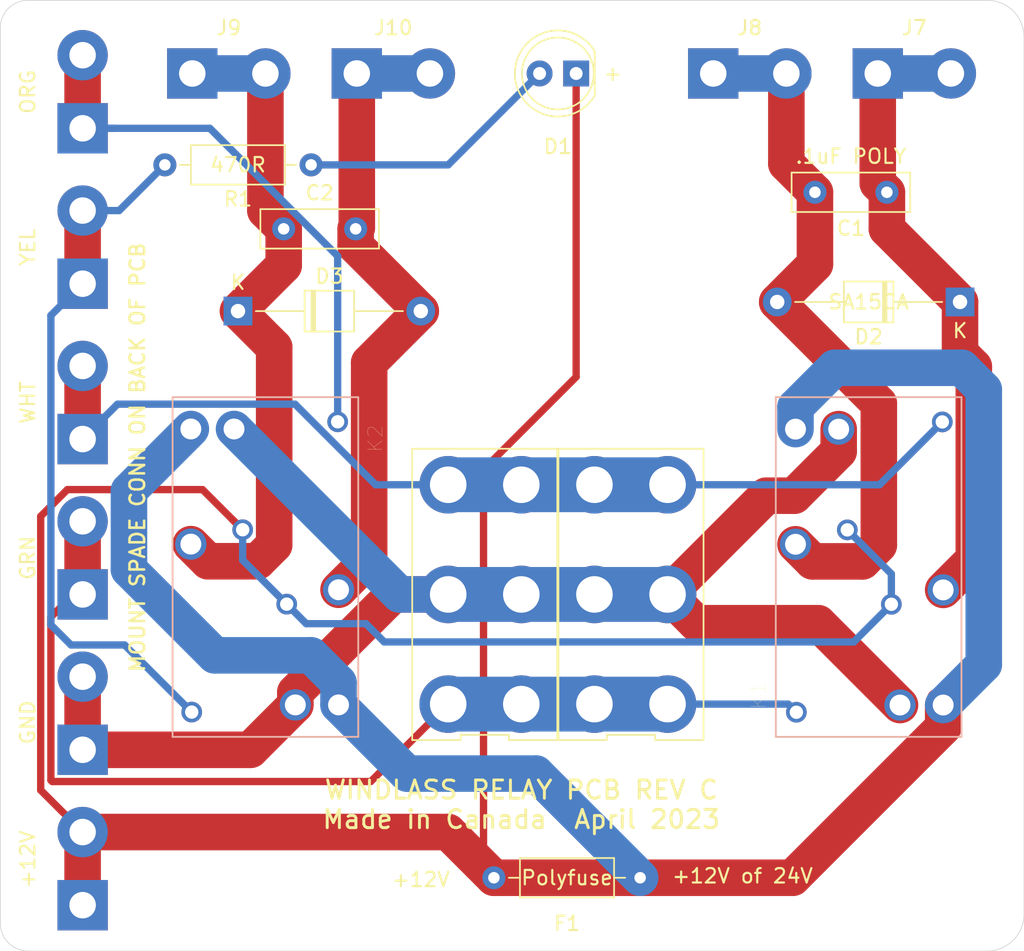
<source format=kicad_pcb>
(kicad_pcb (version 20171130) (host pcbnew "(5.1.9)-1")

  (general
    (thickness 1.6)
    (drawings 24)
    (tracks 131)
    (zones 0)
    (modules 21)
    (nets 12)
  )

  (page A4)
  (layers
    (0 F.Cu signal)
    (31 B.Cu signal)
    (32 B.Adhes user hide)
    (33 F.Adhes user hide)
    (34 B.Paste user hide)
    (35 F.Paste user hide)
    (36 B.SilkS user)
    (37 F.SilkS user)
    (38 B.Mask user hide)
    (39 F.Mask user hide)
    (40 Dwgs.User user hide)
    (41 Cmts.User user hide)
    (42 Eco1.User user hide)
    (43 Eco2.User user hide)
    (44 Edge.Cuts user)
    (45 Margin user hide)
    (46 B.CrtYd user hide)
    (47 F.CrtYd user hide)
    (48 B.Fab user)
    (49 F.Fab user hide)
  )

  (setup
    (last_trace_width 0.508)
    (user_trace_width 0.508)
    (user_trace_width 1.27)
    (user_trace_width 2.54)
    (user_trace_width 3.81)
    (trace_clearance 0.2)
    (zone_clearance 0.508)
    (zone_45_only no)
    (trace_min 0.2)
    (via_size 0.8)
    (via_drill 0.4)
    (via_min_size 0.4)
    (via_min_drill 0.3)
    (uvia_size 0.3)
    (uvia_drill 0.1)
    (uvias_allowed no)
    (uvia_min_size 0.2)
    (uvia_min_drill 0.1)
    (edge_width 0.05)
    (segment_width 0.2)
    (pcb_text_width 0.3)
    (pcb_text_size 1.5 1.5)
    (mod_edge_width 0.12)
    (mod_text_size 1 1)
    (mod_text_width 0.15)
    (pad_size 3.50012 3.50012)
    (pad_drill 1.50114)
    (pad_to_mask_clearance 0.051)
    (solder_mask_min_width 0.25)
    (aux_axis_origin 0 0)
    (visible_elements 7FFFFFFF)
    (pcbplotparams
      (layerselection 0x010ec_ffffffff)
      (usegerberextensions false)
      (usegerberattributes false)
      (usegerberadvancedattributes false)
      (creategerberjobfile false)
      (excludeedgelayer true)
      (linewidth 0.100000)
      (plotframeref false)
      (viasonmask false)
      (mode 1)
      (useauxorigin false)
      (hpglpennumber 1)
      (hpglpenspeed 20)
      (hpglpendiameter 15.000000)
      (psnegative false)
      (psa4output false)
      (plotreference true)
      (plotvalue true)
      (plotinvisibletext false)
      (padsonsilk false)
      (subtractmaskfromsilk false)
      (outputformat 1)
      (mirror false)
      (drillshape 0)
      (scaleselection 1)
      (outputdirectory ""))
  )

  (net 0 "")
  (net 1 "Net-(C1-Pad1)")
  (net 2 "Net-(C1-Pad2)")
  (net 3 +12V)
  (net 4 "Net-(D1-Pad2)")
  (net 5 GNDREF)
  (net 6 "Net-(J3-Pad1)")
  (net 7 "Net-(J4-Pad1)")
  (net 8 "Net-(J5-Pad1)")
  (net 9 "Net-(C2-Pad2)")
  (net 10 "Net-(C2-Pad1)")
  (net 11 "Net-(J6-Pad1)")

  (net_class Default "This is the default net class."
    (clearance 0.2)
    (trace_width 0.25)
    (via_dia 0.8)
    (via_drill 0.4)
    (uvia_dia 0.3)
    (uvia_drill 0.1)
    (add_net +12V)
    (add_net GNDREF)
    (add_net "Net-(C1-Pad1)")
    (add_net "Net-(C1-Pad2)")
    (add_net "Net-(C2-Pad1)")
    (add_net "Net-(C2-Pad2)")
    (add_net "Net-(D1-Pad2)")
    (add_net "Net-(J3-Pad1)")
    (add_net "Net-(J4-Pad1)")
    (add_net "Net-(J5-Pad1)")
    (add_net "Net-(J6-Pad1)")
  )

  (module "IML parts:250spadeconn" (layer F.Cu) (tedit 607B2E1F) (tstamp 5ECDDC1D)
    (at 124.46 65.405)
    (descr "Wire solder connection")
    (tags connector)
    (path /5ED62514)
    (fp_text reference J7 (at 2.54 -3.175) (layer F.SilkS)
      (effects (font (size 1 1) (thickness 0.15)))
    )
    (fp_text value A (at 2.54 3.81) (layer F.Fab)
      (effects (font (size 1 1) (thickness 0.15)))
    )
    (fp_line (start -2.25 -2.25) (end 7.33 -2.25) (layer F.CrtYd) (width 0.05))
    (fp_line (start -2.25 -2.25) (end -2.25 2.25) (layer F.CrtYd) (width 0.05))
    (fp_line (start 7.33 2.25) (end 7.33 -2.25) (layer F.CrtYd) (width 0.05))
    (fp_line (start 7.33 2.25) (end -2.25 2.25) (layer F.CrtYd) (width 0.05))
    (fp_text user %R (at 2.54 0) (layer F.Fab)
      (effects (font (size 1 1) (thickness 0.15)))
    )
    (pad 1 thru_hole circle (at 5.08 0) (size 3.50012 3.50012) (drill 1.84) (layers *.Cu *.Mask)
      (net 1 "Net-(C1-Pad1)"))
    (pad 1 thru_hole rect (at 0 0) (size 3.50012 3.50012) (drill 1.84) (layers *.Cu *.Mask)
      (net 1 "Net-(C1-Pad1)"))
  )

  (module "IML parts:250spadeconn" (layer F.Cu) (tedit 607B2E1F) (tstamp 5ECDDC28)
    (at 113.03 65.405)
    (descr "Wire solder connection")
    (tags connector)
    (path /5ED6299A)
    (fp_text reference J8 (at 2.54 -3.175) (layer F.SilkS)
      (effects (font (size 1 1) (thickness 0.15)))
    )
    (fp_text value B (at 2.54 3.81) (layer F.Fab)
      (effects (font (size 1 1) (thickness 0.15)))
    )
    (fp_line (start -2.25 -2.25) (end 7.33 -2.25) (layer F.CrtYd) (width 0.05))
    (fp_line (start -2.25 -2.25) (end -2.25 2.25) (layer F.CrtYd) (width 0.05))
    (fp_line (start 7.33 2.25) (end 7.33 -2.25) (layer F.CrtYd) (width 0.05))
    (fp_line (start 7.33 2.25) (end -2.25 2.25) (layer F.CrtYd) (width 0.05))
    (fp_text user %R (at 2.54 0) (layer F.Fab)
      (effects (font (size 1 1) (thickness 0.15)))
    )
    (pad 1 thru_hole circle (at 5.08 0) (size 3.50012 3.50012) (drill 1.84) (layers *.Cu *.Mask)
      (net 2 "Net-(C1-Pad2)"))
    (pad 1 thru_hole rect (at 0 0) (size 3.50012 3.50012) (drill 1.84) (layers *.Cu *.Mask)
      (net 2 "Net-(C1-Pad2)"))
  )

  (module "IML parts:250spadeconn" (layer F.Cu) (tedit 607B2E1F) (tstamp 607BEF3A)
    (at 88.265 65.405)
    (descr "Wire solder connection")
    (tags connector)
    (path /607FF9D0)
    (fp_text reference J10 (at 2.54 -3.175) (layer F.SilkS)
      (effects (font (size 1 1) (thickness 0.15)))
    )
    (fp_text value B (at 2.54 3.81) (layer F.Fab)
      (effects (font (size 1 1) (thickness 0.15)))
    )
    (fp_line (start -2.25 -2.25) (end 7.33 -2.25) (layer F.CrtYd) (width 0.05))
    (fp_line (start -2.25 -2.25) (end -2.25 2.25) (layer F.CrtYd) (width 0.05))
    (fp_line (start 7.33 2.25) (end 7.33 -2.25) (layer F.CrtYd) (width 0.05))
    (fp_line (start 7.33 2.25) (end -2.25 2.25) (layer F.CrtYd) (width 0.05))
    (fp_text user %R (at 2.54 0) (layer F.Fab)
      (effects (font (size 1 1) (thickness 0.15)))
    )
    (pad 1 thru_hole circle (at 5.08 0) (size 3.50012 3.50012) (drill 1.84) (layers *.Cu *.Mask)
      (net 9 "Net-(C2-Pad2)"))
    (pad 1 thru_hole rect (at 0 0) (size 3.50012 3.50012) (drill 1.84) (layers *.Cu *.Mask)
      (net 9 "Net-(C2-Pad2)"))
  )

  (module "IML parts:250spadeconn" (layer F.Cu) (tedit 607B2E1F) (tstamp 607BEF2F)
    (at 76.835 65.405)
    (descr "Wire solder connection")
    (tags connector)
    (path /607FF9C6)
    (fp_text reference J9 (at 2.54 -3.175) (layer F.SilkS)
      (effects (font (size 1 1) (thickness 0.15)))
    )
    (fp_text value A (at 2.54 3.81) (layer F.Fab)
      (effects (font (size 1 1) (thickness 0.15)))
    )
    (fp_line (start -2.25 -2.25) (end 7.33 -2.25) (layer F.CrtYd) (width 0.05))
    (fp_line (start -2.25 -2.25) (end -2.25 2.25) (layer F.CrtYd) (width 0.05))
    (fp_line (start 7.33 2.25) (end 7.33 -2.25) (layer F.CrtYd) (width 0.05))
    (fp_line (start 7.33 2.25) (end -2.25 2.25) (layer F.CrtYd) (width 0.05))
    (fp_text user %R (at 2.54 0) (layer F.Fab)
      (effects (font (size 1 1) (thickness 0.15)))
    )
    (pad 1 thru_hole circle (at 5.08 0) (size 3.50012 3.50012) (drill 1.84) (layers *.Cu *.Mask)
      (net 10 "Net-(C2-Pad1)"))
    (pad 1 thru_hole rect (at 0 0) (size 3.50012 3.50012) (drill 1.84) (layers *.Cu *.Mask)
      (net 10 "Net-(C2-Pad1)"))
  )

  (module "IML parts:250spadeconn" (layer F.Cu) (tedit 607B2E1F) (tstamp 5ECDDBE6)
    (at 69.215 123.19 90)
    (descr "Wire solder connection")
    (tags connector)
    (path /5ED3A48C)
    (fp_text reference J1 (at -3.175 0 180) (layer F.Fab)
      (effects (font (size 1 1) (thickness 0.15)))
    )
    (fp_text value +12V (at 3.175 -3.81 90) (layer F.SilkS)
      (effects (font (size 1 1) (thickness 0.15)))
    )
    (fp_line (start -2.25 -2.25) (end 7.33 -2.25) (layer F.CrtYd) (width 0.05))
    (fp_line (start -2.25 -2.25) (end -2.25 2.25) (layer F.CrtYd) (width 0.05))
    (fp_line (start 7.33 2.25) (end 7.33 -2.25) (layer F.CrtYd) (width 0.05))
    (fp_line (start 7.33 2.25) (end -2.25 2.25) (layer F.CrtYd) (width 0.05))
    (fp_text user %R (at 2.54 0 90) (layer F.Fab)
      (effects (font (size 1 1) (thickness 0.15)))
    )
    (pad 1 thru_hole circle (at 5.08 0 90) (size 3.50012 3.50012) (drill 1.84) (layers *.Cu *.Mask)
      (net 3 +12V))
    (pad 1 thru_hole rect (at 0 0 90) (size 3.50012 3.50012) (drill 1.84) (layers *.Cu *.Mask)
      (net 3 +12V))
  )

  (module "IML parts:250spadeconn" (layer F.Cu) (tedit 607B2E1F) (tstamp 5ECDDBF1)
    (at 69.215 112.395 90)
    (descr "Wire solder connection")
    (tags connector)
    (path /5ED3AAC2)
    (fp_text reference J2 (at -3.175 0 180) (layer F.Fab)
      (effects (font (size 1 1) (thickness 0.15)))
    )
    (fp_text value GND (at 1.905 -3.81 90) (layer F.SilkS)
      (effects (font (size 1 1) (thickness 0.15)))
    )
    (fp_line (start -2.25 -2.25) (end 7.33 -2.25) (layer F.CrtYd) (width 0.05))
    (fp_line (start -2.25 -2.25) (end -2.25 2.25) (layer F.CrtYd) (width 0.05))
    (fp_line (start 7.33 2.25) (end 7.33 -2.25) (layer F.CrtYd) (width 0.05))
    (fp_line (start 7.33 2.25) (end -2.25 2.25) (layer F.CrtYd) (width 0.05))
    (fp_text user %R (at 2.54 0 90) (layer F.Fab)
      (effects (font (size 1 1) (thickness 0.15)))
    )
    (pad 1 thru_hole circle (at 5.08 0 90) (size 3.50012 3.50012) (drill 1.84) (layers *.Cu *.Mask)
      (net 5 GNDREF))
    (pad 1 thru_hole rect (at 0 0 90) (size 3.50012 3.50012) (drill 1.84) (layers *.Cu *.Mask)
      (net 5 GNDREF))
  )

  (module "IML parts:250spadeconn" (layer F.Cu) (tedit 607B2E1F) (tstamp 5ECDDBFC)
    (at 69.215 101.6 90)
    (descr "Wire solder connection")
    (tags connector)
    (path /5ED3B239)
    (fp_text reference J3 (at -3.175 0 180) (layer F.Fab)
      (effects (font (size 1 1) (thickness 0.15)))
    )
    (fp_text value GRN (at 2.54 -3.81 90) (layer F.SilkS)
      (effects (font (size 1 1) (thickness 0.15)))
    )
    (fp_line (start -2.25 -2.25) (end 7.33 -2.25) (layer F.CrtYd) (width 0.05))
    (fp_line (start -2.25 -2.25) (end -2.25 2.25) (layer F.CrtYd) (width 0.05))
    (fp_line (start 7.33 2.25) (end 7.33 -2.25) (layer F.CrtYd) (width 0.05))
    (fp_line (start 7.33 2.25) (end -2.25 2.25) (layer F.CrtYd) (width 0.05))
    (fp_text user %R (at 2.54 0 90) (layer F.Fab)
      (effects (font (size 1 1) (thickness 0.15)))
    )
    (pad 1 thru_hole circle (at 5.08 0 90) (size 3.50012 3.50012) (drill 1.84) (layers *.Cu *.Mask)
      (net 6 "Net-(J3-Pad1)"))
    (pad 1 thru_hole rect (at 0 0 90) (size 3.50012 3.50012) (drill 1.84) (layers *.Cu *.Mask)
      (net 6 "Net-(J3-Pad1)"))
  )

  (module "IML parts:250spadeconn" (layer F.Cu) (tedit 607B2E1F) (tstamp 5ECDDC07)
    (at 69.215 90.805 90)
    (descr "Wire solder connection")
    (tags connector)
    (path /5ED3B8E2)
    (fp_text reference J4 (at -3.175 0 180) (layer F.Fab)
      (effects (font (size 1 1) (thickness 0.15)))
    )
    (fp_text value WHT (at 2.54 -3.81 90) (layer F.SilkS)
      (effects (font (size 1 1) (thickness 0.15)))
    )
    (fp_line (start -2.25 -2.25) (end 7.33 -2.25) (layer F.CrtYd) (width 0.05))
    (fp_line (start -2.25 -2.25) (end -2.25 2.25) (layer F.CrtYd) (width 0.05))
    (fp_line (start 7.33 2.25) (end 7.33 -2.25) (layer F.CrtYd) (width 0.05))
    (fp_line (start 7.33 2.25) (end -2.25 2.25) (layer F.CrtYd) (width 0.05))
    (fp_text user %R (at 2.54 0 90) (layer F.Fab)
      (effects (font (size 1 1) (thickness 0.15)))
    )
    (pad 1 thru_hole circle (at 5.08 0 90) (size 3.50012 3.50012) (drill 1.84) (layers *.Cu *.Mask)
      (net 7 "Net-(J4-Pad1)"))
    (pad 1 thru_hole rect (at 0 0 90) (size 3.50012 3.50012) (drill 1.84) (layers *.Cu *.Mask)
      (net 7 "Net-(J4-Pad1)"))
  )

  (module "IML parts:250spadeconn" (layer F.Cu) (tedit 607B2E1F) (tstamp 5ECDDC12)
    (at 69.215 80.01 90)
    (descr "Wire solder connection")
    (tags connector)
    (path /5ED3BF67)
    (fp_text reference J5 (at -3.175 0 180) (layer F.Fab)
      (effects (font (size 1 1) (thickness 0.15)))
    )
    (fp_text value YEL (at 2.54 -3.81 90) (layer F.SilkS)
      (effects (font (size 1 1) (thickness 0.15)))
    )
    (fp_line (start -2.25 -2.25) (end 7.33 -2.25) (layer F.CrtYd) (width 0.05))
    (fp_line (start -2.25 -2.25) (end -2.25 2.25) (layer F.CrtYd) (width 0.05))
    (fp_line (start 7.33 2.25) (end 7.33 -2.25) (layer F.CrtYd) (width 0.05))
    (fp_line (start 7.33 2.25) (end -2.25 2.25) (layer F.CrtYd) (width 0.05))
    (fp_text user %R (at 2.54 0 90) (layer F.Fab)
      (effects (font (size 1 1) (thickness 0.15)))
    )
    (pad 1 thru_hole circle (at 5.08 0 90) (size 3.50012 3.50012) (drill 1.84) (layers *.Cu *.Mask)
      (net 8 "Net-(J5-Pad1)"))
    (pad 1 thru_hole rect (at 0 0 90) (size 3.50012 3.50012) (drill 1.84) (layers *.Cu *.Mask)
      (net 8 "Net-(J5-Pad1)"))
  )

  (module "IML parts:250spadeconn" (layer F.Cu) (tedit 607B2E1F) (tstamp 607BEF10)
    (at 69.215 69.215 90)
    (descr "Wire solder connection")
    (tags connector)
    (path /6080B71E)
    (fp_text reference J6 (at -3.175 0 180) (layer F.Fab)
      (effects (font (size 1 1) (thickness 0.15)))
    )
    (fp_text value ORG (at 2.54 -3.81 90) (layer F.SilkS)
      (effects (font (size 1 1) (thickness 0.15)))
    )
    (fp_line (start -2.25 -2.25) (end 7.33 -2.25) (layer F.CrtYd) (width 0.05))
    (fp_line (start -2.25 -2.25) (end -2.25 2.25) (layer F.CrtYd) (width 0.05))
    (fp_line (start 7.33 2.25) (end 7.33 -2.25) (layer F.CrtYd) (width 0.05))
    (fp_line (start 7.33 2.25) (end -2.25 2.25) (layer F.CrtYd) (width 0.05))
    (fp_text user %R (at 2.54 0 90) (layer F.Fab)
      (effects (font (size 1 1) (thickness 0.15)))
    )
    (pad 1 thru_hole circle (at 5.08 0 90) (size 3.50012 3.50012) (drill 1.84) (layers *.Cu *.Mask)
      (net 11 "Net-(J6-Pad1)"))
    (pad 1 thru_hole rect (at 0 0 90) (size 3.50012 3.50012) (drill 1.84) (layers *.Cu *.Mask)
      (net 11 "Net-(J6-Pad1)"))
  )

  (module V23086C2001A403:RELAY_V23086C2001A403 (layer F.Cu) (tedit 607B1217) (tstamp 607BEF86)
    (at 81.915 99.695 270)
    (path /607FF9DF)
    (fp_text reference K2 (at -8.927725 -7.637335 90) (layer F.SilkS)
      (effects (font (size 1.000307 1.000307) (thickness 0.015)))
    )
    (fp_text value "V23086 relay" (at 1.23562 7.46874 90) (layer F.Fab)
      (effects (font (size 1.000504 1.000504) (thickness 0.015)))
    )
    (fp_line (start 12.05 6.7) (end -12.05 6.7) (layer F.CrtYd) (width 0.05))
    (fp_line (start 12.05 -6.7) (end 12.05 6.7) (layer F.CrtYd) (width 0.05))
    (fp_line (start -12.05 -6.7) (end 12.05 -6.7) (layer F.CrtYd) (width 0.05))
    (fp_line (start -12.05 6.7) (end -12.05 -6.7) (layer F.CrtYd) (width 0.05))
    (fp_line (start 11.8 6.45) (end 11.8 -6.45) (layer B.SilkS) (width 0.127))
    (fp_line (start -11.8 6.45) (end 11.8 6.45) (layer B.SilkS) (width 0.127))
    (fp_line (start -11.8 -6.45) (end -11.8 6.45) (layer B.SilkS) (width 0.127))
    (fp_line (start 11.8 -6.45) (end -11.8 -6.45) (layer B.SilkS) (width 0.127))
    (fp_line (start -11.8 6.45) (end 11.8 6.45) (layer F.Fab) (width 0.127))
    (fp_line (start -11.8 -6.45) (end -11.8 6.45) (layer F.Fab) (width 0.127))
    (fp_line (start 11.8 -6.45) (end -11.8 -6.45) (layer F.Fab) (width 0.127))
    (fp_line (start 11.8 6.45) (end 11.8 -6.45) (layer F.Fab) (width 0.127))
    (pad 22 thru_hole circle (at -10.09 -5.02 270) (size 1.438 1.438) (drill 0.93) (layers *.Cu *.Mask)
      (net 11 "Net-(J6-Pad1)"))
    (pad 21 thru_hole circle (at -2.59 1.58 270) (size 1.438 1.438) (drill 0.93) (layers *.Cu *.Mask)
      (net 3 +12V))
    (pad 11 thru_hole circle (at 2.58 -1.48 270) (size 1.438 1.438) (drill 0.93) (layers *.Cu *.Mask)
      (net 3 +12V))
    (pad 12 thru_hole circle (at 10.08 5.12 270) (size 1.438 1.438) (drill 0.93) (layers *.Cu *.Mask)
      (net 8 "Net-(J5-Pad1)"))
    (pad 13 thru_hole circle (at 9.58 -5.08 270) (size 2.175 2.175) (drill 1.45) (layers *.Cu *.Mask)
      (net 3 +12V))
    (pad 14 thru_hole circle (at 1.58 -5.08 270) (size 2.175 2.175) (drill 1.45) (layers *.Cu *.Mask)
      (net 9 "Net-(C2-Pad2)"))
    (pad 15 thru_hole circle (at 9.58 -2.08 270) (size 2.175 2.175) (drill 1.45) (layers *.Cu *.Mask)
      (net 5 GNDREF))
    (pad 23 thru_hole circle (at -9.59 5.18 270) (size 2.175 2.175) (drill 1.45) (layers *.Cu *.Mask)
      (net 3 +12V))
    (pad 24 thru_hole circle (at -1.59 5.18 270) (size 2.175 2.175) (drill 1.45) (layers *.Cu *.Mask)
      (net 10 "Net-(C2-Pad1)"))
    (pad 25 thru_hole circle (at -9.59 2.18 270) (size 2.175 2.175) (drill 1.45) (layers *.Cu *.Mask)
      (net 5 GNDREF))
  )

  (module Diode_THT:D_T-1_P12.70mm_Horizontal (layer F.Cu) (tedit 5AE50CD5) (tstamp 607BEE75)
    (at 80.01 81.915)
    (descr "Diode, T-1 series, Axial, Horizontal, pin pitch=12.7mm, , length*diameter=3.2*2.6mm^2, , http://www.diodes.com/_files/packages/T-1.pdf")
    (tags "Diode T-1 series Axial Horizontal pin pitch 12.7mm  length 3.2mm diameter 2.6mm")
    (path /607FF9A8)
    (fp_text reference D3 (at 6.35 -2.42) (layer F.SilkS)
      (effects (font (size 1 1) (thickness 0.15)))
    )
    (fp_text value SA15CA (at 6.35 2.42) (layer F.Fab)
      (effects (font (size 1 1) (thickness 0.15)))
    )
    (fp_line (start 13.95 -1.55) (end -1.25 -1.55) (layer F.CrtYd) (width 0.05))
    (fp_line (start 13.95 1.55) (end 13.95 -1.55) (layer F.CrtYd) (width 0.05))
    (fp_line (start -1.25 1.55) (end 13.95 1.55) (layer F.CrtYd) (width 0.05))
    (fp_line (start -1.25 -1.55) (end -1.25 1.55) (layer F.CrtYd) (width 0.05))
    (fp_line (start 5.11 -1.42) (end 5.11 1.42) (layer F.SilkS) (width 0.12))
    (fp_line (start 5.35 -1.42) (end 5.35 1.42) (layer F.SilkS) (width 0.12))
    (fp_line (start 5.23 -1.42) (end 5.23 1.42) (layer F.SilkS) (width 0.12))
    (fp_line (start 11.46 0) (end 8.07 0) (layer F.SilkS) (width 0.12))
    (fp_line (start 1.24 0) (end 4.63 0) (layer F.SilkS) (width 0.12))
    (fp_line (start 8.07 -1.42) (end 4.63 -1.42) (layer F.SilkS) (width 0.12))
    (fp_line (start 8.07 1.42) (end 8.07 -1.42) (layer F.SilkS) (width 0.12))
    (fp_line (start 4.63 1.42) (end 8.07 1.42) (layer F.SilkS) (width 0.12))
    (fp_line (start 4.63 -1.42) (end 4.63 1.42) (layer F.SilkS) (width 0.12))
    (fp_line (start 5.13 -1.3) (end 5.13 1.3) (layer F.Fab) (width 0.1))
    (fp_line (start 5.33 -1.3) (end 5.33 1.3) (layer F.Fab) (width 0.1))
    (fp_line (start 5.23 -1.3) (end 5.23 1.3) (layer F.Fab) (width 0.1))
    (fp_line (start 12.7 0) (end 7.95 0) (layer F.Fab) (width 0.1))
    (fp_line (start 0 0) (end 4.75 0) (layer F.Fab) (width 0.1))
    (fp_line (start 7.95 -1.3) (end 4.75 -1.3) (layer F.Fab) (width 0.1))
    (fp_line (start 7.95 1.3) (end 7.95 -1.3) (layer F.Fab) (width 0.1))
    (fp_line (start 4.75 1.3) (end 7.95 1.3) (layer F.Fab) (width 0.1))
    (fp_line (start 4.75 -1.3) (end 4.75 1.3) (layer F.Fab) (width 0.1))
    (fp_text user K (at 0 -2) (layer F.SilkS)
      (effects (font (size 1 1) (thickness 0.15)))
    )
    (fp_text user K (at 0 -2) (layer F.Fab)
      (effects (font (size 1 1) (thickness 0.15)))
    )
    (fp_text user %R (at 6.59 0) (layer F.Fab)
      (effects (font (size 0.64 0.64) (thickness 0.096)))
    )
    (pad 2 thru_hole oval (at 12.7 0) (size 2 2) (drill 1) (layers *.Cu *.Mask)
      (net 9 "Net-(C2-Pad2)"))
    (pad 1 thru_hole rect (at 0 0) (size 2 2) (drill 1) (layers *.Cu *.Mask)
      (net 10 "Net-(C2-Pad1)"))
    (model ${KISYS3DMOD}/Diode_THT.3dshapes/D_T-1_P12.70mm_Horizontal.wrl
      (at (xyz 0 0 0))
      (scale (xyz 1 1 1))
      (rotate (xyz 0 0 0))
    )
  )

  (module Capacitor_THT:C_Disc_D8.0mm_W2.5mm_P5.00mm (layer F.Cu) (tedit 5AE50EF0) (tstamp 607BEDF8)
    (at 83.185 76.2)
    (descr "C, Disc series, Radial, pin pitch=5.00mm, , diameter*width=8*2.5mm^2, Capacitor, http://cdn-reichelt.de/documents/datenblatt/B300/DS_KERKO_TC.pdf")
    (tags "C Disc series Radial pin pitch 5.00mm  diameter 8mm width 2.5mm Capacitor")
    (path /607FF9B2)
    (fp_text reference C2 (at 2.5 -2.5) (layer F.SilkS)
      (effects (font (size 1 1) (thickness 0.15)))
    )
    (fp_text value ".1uF POLY" (at 2.5 2.5) (layer F.Fab)
      (effects (font (size 1 1) (thickness 0.15)))
    )
    (fp_line (start 6.75 -1.5) (end -1.75 -1.5) (layer F.CrtYd) (width 0.05))
    (fp_line (start 6.75 1.5) (end 6.75 -1.5) (layer F.CrtYd) (width 0.05))
    (fp_line (start -1.75 1.5) (end 6.75 1.5) (layer F.CrtYd) (width 0.05))
    (fp_line (start -1.75 -1.5) (end -1.75 1.5) (layer F.CrtYd) (width 0.05))
    (fp_line (start 6.62 -1.37) (end 6.62 1.37) (layer F.SilkS) (width 0.12))
    (fp_line (start -1.62 -1.37) (end -1.62 1.37) (layer F.SilkS) (width 0.12))
    (fp_line (start -1.62 1.37) (end 6.62 1.37) (layer F.SilkS) (width 0.12))
    (fp_line (start -1.62 -1.37) (end 6.62 -1.37) (layer F.SilkS) (width 0.12))
    (fp_line (start 6.5 -1.25) (end -1.5 -1.25) (layer F.Fab) (width 0.1))
    (fp_line (start 6.5 1.25) (end 6.5 -1.25) (layer F.Fab) (width 0.1))
    (fp_line (start -1.5 1.25) (end 6.5 1.25) (layer F.Fab) (width 0.1))
    (fp_line (start -1.5 -1.25) (end -1.5 1.25) (layer F.Fab) (width 0.1))
    (fp_text user %R (at 2.5 0) (layer F.Fab)
      (effects (font (size 1 1) (thickness 0.15)))
    )
    (pad 2 thru_hole circle (at 5 0) (size 1.6 1.6) (drill 0.8) (layers *.Cu *.Mask)
      (net 9 "Net-(C2-Pad2)"))
    (pad 1 thru_hole circle (at 0 0) (size 1.6 1.6) (drill 0.8) (layers *.Cu *.Mask)
      (net 10 "Net-(C2-Pad1)"))
    (model ${KISYS3DMOD}/Capacitor_THT.3dshapes/C_Disc_D8.0mm_W2.5mm_P5.00mm.wrl
      (at (xyz 0 0 0))
      (scale (xyz 1 1 1))
      (rotate (xyz 0 0 0))
    )
  )

  (module V23086C2001A403:RELAY_V23086C2001A403 (layer F.Cu) (tedit 607B1217) (tstamp 607BD947)
    (at 123.825 99.695 90)
    (path /5ED3CEEA)
    (fp_text reference K1 (at -8.927725 -7.637335 90) (layer F.SilkS)
      (effects (font (size 1.000307 1.000307) (thickness 0.015)))
    )
    (fp_text value "V23086 relay" (at 1.23562 7.46874 90) (layer F.Fab)
      (effects (font (size 1.000504 1.000504) (thickness 0.015)))
    )
    (fp_line (start 12.05 6.7) (end -12.05 6.7) (layer F.CrtYd) (width 0.05))
    (fp_line (start 12.05 -6.7) (end 12.05 6.7) (layer F.CrtYd) (width 0.05))
    (fp_line (start -12.05 -6.7) (end 12.05 -6.7) (layer F.CrtYd) (width 0.05))
    (fp_line (start -12.05 6.7) (end -12.05 -6.7) (layer F.CrtYd) (width 0.05))
    (fp_line (start 11.8 6.45) (end 11.8 -6.45) (layer B.SilkS) (width 0.127))
    (fp_line (start -11.8 6.45) (end 11.8 6.45) (layer B.SilkS) (width 0.127))
    (fp_line (start -11.8 -6.45) (end -11.8 6.45) (layer B.SilkS) (width 0.127))
    (fp_line (start 11.8 -6.45) (end -11.8 -6.45) (layer B.SilkS) (width 0.127))
    (fp_line (start -11.8 6.45) (end 11.8 6.45) (layer F.Fab) (width 0.127))
    (fp_line (start -11.8 -6.45) (end -11.8 6.45) (layer F.Fab) (width 0.127))
    (fp_line (start 11.8 -6.45) (end -11.8 -6.45) (layer F.Fab) (width 0.127))
    (fp_line (start 11.8 6.45) (end 11.8 -6.45) (layer F.Fab) (width 0.127))
    (pad 22 thru_hole circle (at -10.09 -5.02 90) (size 1.438 1.438) (drill 0.93) (layers *.Cu *.Mask)
      (net 6 "Net-(J3-Pad1)"))
    (pad 21 thru_hole circle (at -2.59 1.58 90) (size 1.438 1.438) (drill 0.93) (layers *.Cu *.Mask)
      (net 3 +12V))
    (pad 11 thru_hole circle (at 2.58 -1.48 90) (size 1.438 1.438) (drill 0.93) (layers *.Cu *.Mask)
      (net 3 +12V))
    (pad 12 thru_hole circle (at 10.08 5.12 90) (size 1.438 1.438) (drill 0.93) (layers *.Cu *.Mask)
      (net 7 "Net-(J4-Pad1)"))
    (pad 13 thru_hole circle (at 9.58 -5.08 90) (size 2.175 2.175) (drill 1.45) (layers *.Cu *.Mask)
      (net 3 +12V))
    (pad 14 thru_hole circle (at 1.58 -5.08 90) (size 2.175 2.175) (drill 1.45) (layers *.Cu *.Mask)
      (net 2 "Net-(C1-Pad2)"))
    (pad 15 thru_hole circle (at 9.58 -2.08 90) (size 2.175 2.175) (drill 1.45) (layers *.Cu *.Mask)
      (net 5 GNDREF))
    (pad 23 thru_hole circle (at -9.59 5.18 90) (size 2.175 2.175) (drill 1.45) (layers *.Cu *.Mask)
      (net 3 +12V))
    (pad 24 thru_hole circle (at -1.59 5.18 90) (size 2.175 2.175) (drill 1.45) (layers *.Cu *.Mask)
      (net 1 "Net-(C1-Pad1)"))
    (pad 25 thru_hole circle (at -9.59 2.18 90) (size 2.175 2.175) (drill 1.45) (layers *.Cu *.Mask)
      (net 5 GNDREF))
  )

  (module Resistor_THT:R_Axial_DIN0207_L6.3mm_D2.5mm_P10.16mm_Horizontal (layer F.Cu) (tedit 5AE5139B) (tstamp 5ECDDC67)
    (at 85.09 71.755 180)
    (descr "Resistor, Axial_DIN0207 series, Axial, Horizontal, pin pitch=10.16mm, 0.25W = 1/4W, length*diameter=6.3*2.5mm^2, http://cdn-reichelt.de/documents/datenblatt/B400/1_4W%23YAG.pdf")
    (tags "Resistor Axial_DIN0207 series Axial Horizontal pin pitch 10.16mm 0.25W = 1/4W length 6.3mm diameter 2.5mm")
    (path /5ED36825)
    (fp_text reference R1 (at 5.08 -2.37) (layer F.SilkS)
      (effects (font (size 1 1) (thickness 0.15)))
    )
    (fp_text value 470R (at 5.08 0) (layer F.SilkS)
      (effects (font (size 1 1) (thickness 0.15)))
    )
    (fp_line (start 1.93 -1.25) (end 1.93 1.25) (layer F.Fab) (width 0.1))
    (fp_line (start 1.93 1.25) (end 8.23 1.25) (layer F.Fab) (width 0.1))
    (fp_line (start 8.23 1.25) (end 8.23 -1.25) (layer F.Fab) (width 0.1))
    (fp_line (start 8.23 -1.25) (end 1.93 -1.25) (layer F.Fab) (width 0.1))
    (fp_line (start 0 0) (end 1.93 0) (layer F.Fab) (width 0.1))
    (fp_line (start 10.16 0) (end 8.23 0) (layer F.Fab) (width 0.1))
    (fp_line (start 1.81 -1.37) (end 1.81 1.37) (layer F.SilkS) (width 0.12))
    (fp_line (start 1.81 1.37) (end 8.35 1.37) (layer F.SilkS) (width 0.12))
    (fp_line (start 8.35 1.37) (end 8.35 -1.37) (layer F.SilkS) (width 0.12))
    (fp_line (start 8.35 -1.37) (end 1.81 -1.37) (layer F.SilkS) (width 0.12))
    (fp_line (start 1.04 0) (end 1.81 0) (layer F.SilkS) (width 0.12))
    (fp_line (start 9.12 0) (end 8.35 0) (layer F.SilkS) (width 0.12))
    (fp_line (start -1.05 -1.5) (end -1.05 1.5) (layer F.CrtYd) (width 0.05))
    (fp_line (start -1.05 1.5) (end 11.21 1.5) (layer F.CrtYd) (width 0.05))
    (fp_line (start 11.21 1.5) (end 11.21 -1.5) (layer F.CrtYd) (width 0.05))
    (fp_line (start 11.21 -1.5) (end -1.05 -1.5) (layer F.CrtYd) (width 0.05))
    (fp_text user %R (at 5.08 0) (layer F.Fab)
      (effects (font (size 1 1) (thickness 0.15)))
    )
    (pad 1 thru_hole circle (at 0 0 180) (size 1.6 1.6) (drill 0.8) (layers *.Cu *.Mask)
      (net 4 "Net-(D1-Pad2)"))
    (pad 2 thru_hole oval (at 10.16 0 180) (size 1.6 1.6) (drill 0.8) (layers *.Cu *.Mask)
      (net 8 "Net-(J5-Pad1)"))
    (model ${KISYS3DMOD}/Resistor_THT.3dshapes/R_Axial_DIN0207_L6.3mm_D2.5mm_P10.16mm_Horizontal.wrl
      (at (xyz 0 0 0))
      (scale (xyz 1 1 1))
      (rotate (xyz 0 0 0))
    )
  )

  (module Resistor_THT:R_Axial_DIN0207_L6.3mm_D2.5mm_P10.16mm_Horizontal (layer F.Cu) (tedit 5AE5139B) (tstamp 5ECDDBDB)
    (at 97.79 121.285)
    (descr "Resistor, Axial_DIN0207 series, Axial, Horizontal, pin pitch=10.16mm, 0.25W = 1/4W, length*diameter=6.3*2.5mm^2, http://cdn-reichelt.de/documents/datenblatt/B400/1_4W%23YAG.pdf")
    (tags "Resistor Axial_DIN0207 series Axial Horizontal pin pitch 10.16mm 0.25W = 1/4W length 6.3mm diameter 2.5mm")
    (path /5ED3FBFB)
    (fp_text reference F1 (at 5.08 3.175) (layer F.SilkS)
      (effects (font (size 1 1) (thickness 0.15)))
    )
    (fp_text value Polyfuse (at 5.08 0) (layer F.SilkS)
      (effects (font (size 1 1) (thickness 0.15)))
    )
    (fp_line (start 1.93 -1.25) (end 1.93 1.25) (layer F.Fab) (width 0.1))
    (fp_line (start 1.93 1.25) (end 8.23 1.25) (layer F.Fab) (width 0.1))
    (fp_line (start 8.23 1.25) (end 8.23 -1.25) (layer F.Fab) (width 0.1))
    (fp_line (start 8.23 -1.25) (end 1.93 -1.25) (layer F.Fab) (width 0.1))
    (fp_line (start 0 0) (end 1.93 0) (layer F.Fab) (width 0.1))
    (fp_line (start 10.16 0) (end 8.23 0) (layer F.Fab) (width 0.1))
    (fp_line (start 1.81 -1.37) (end 1.81 1.37) (layer F.SilkS) (width 0.12))
    (fp_line (start 1.81 1.37) (end 8.35 1.37) (layer F.SilkS) (width 0.12))
    (fp_line (start 8.35 1.37) (end 8.35 -1.37) (layer F.SilkS) (width 0.12))
    (fp_line (start 8.35 -1.37) (end 1.81 -1.37) (layer F.SilkS) (width 0.12))
    (fp_line (start 1.04 0) (end 1.81 0) (layer F.SilkS) (width 0.12))
    (fp_line (start 9.12 0) (end 8.35 0) (layer F.SilkS) (width 0.12))
    (fp_line (start -1.05 -1.5) (end -1.05 1.5) (layer F.CrtYd) (width 0.05))
    (fp_line (start -1.05 1.5) (end 11.21 1.5) (layer F.CrtYd) (width 0.05))
    (fp_line (start 11.21 1.5) (end 11.21 -1.5) (layer F.CrtYd) (width 0.05))
    (fp_line (start 11.21 -1.5) (end -1.05 -1.5) (layer F.CrtYd) (width 0.05))
    (fp_text user %R (at 5.08 0) (layer F.Fab)
      (effects (font (size 1 1) (thickness 0.15)))
    )
    (pad 1 thru_hole circle (at 0 0) (size 1.6 1.6) (drill 0.8) (layers *.Cu *.Mask)
      (net 3 +12V))
    (pad 2 thru_hole oval (at 10.16 0) (size 1.6 1.6) (drill 0.8) (layers *.Cu *.Mask)
      (net 3 +12V))
    (model ${KISYS3DMOD}/Resistor_THT.3dshapes/R_Axial_DIN0207_L6.3mm_D2.5mm_P10.16mm_Horizontal.wrl
      (at (xyz 0 0 0))
      (scale (xyz 1 1 1))
      (rotate (xyz 0 0 0))
    )
  )

  (module Diode_THT:D_T-1_P12.70mm_Horizontal (layer F.Cu) (tedit 5AE50CD5) (tstamp 5ECDDBC4)
    (at 130.175 81.28 180)
    (descr "Diode, T-1 series, Axial, Horizontal, pin pitch=12.7mm, , length*diameter=3.2*2.6mm^2, , http://www.diodes.com/_files/packages/T-1.pdf")
    (tags "Diode T-1 series Axial Horizontal pin pitch 12.7mm  length 3.2mm diameter 2.6mm")
    (path /5EDF865D)
    (fp_text reference D2 (at 6.35 -2.42) (layer F.SilkS)
      (effects (font (size 1 1) (thickness 0.15)))
    )
    (fp_text value SA15CA (at 6.35 0) (layer F.SilkS)
      (effects (font (size 1 1) (thickness 0.15)))
    )
    (fp_line (start 4.75 -1.3) (end 4.75 1.3) (layer F.Fab) (width 0.1))
    (fp_line (start 4.75 1.3) (end 7.95 1.3) (layer F.Fab) (width 0.1))
    (fp_line (start 7.95 1.3) (end 7.95 -1.3) (layer F.Fab) (width 0.1))
    (fp_line (start 7.95 -1.3) (end 4.75 -1.3) (layer F.Fab) (width 0.1))
    (fp_line (start 0 0) (end 4.75 0) (layer F.Fab) (width 0.1))
    (fp_line (start 12.7 0) (end 7.95 0) (layer F.Fab) (width 0.1))
    (fp_line (start 5.23 -1.3) (end 5.23 1.3) (layer F.Fab) (width 0.1))
    (fp_line (start 5.33 -1.3) (end 5.33 1.3) (layer F.Fab) (width 0.1))
    (fp_line (start 5.13 -1.3) (end 5.13 1.3) (layer F.Fab) (width 0.1))
    (fp_line (start 4.63 -1.42) (end 4.63 1.42) (layer F.SilkS) (width 0.12))
    (fp_line (start 4.63 1.42) (end 8.07 1.42) (layer F.SilkS) (width 0.12))
    (fp_line (start 8.07 1.42) (end 8.07 -1.42) (layer F.SilkS) (width 0.12))
    (fp_line (start 8.07 -1.42) (end 4.63 -1.42) (layer F.SilkS) (width 0.12))
    (fp_line (start 1.24 0) (end 4.63 0) (layer F.SilkS) (width 0.12))
    (fp_line (start 11.46 0) (end 8.07 0) (layer F.SilkS) (width 0.12))
    (fp_line (start 5.23 -1.42) (end 5.23 1.42) (layer F.SilkS) (width 0.12))
    (fp_line (start 5.35 -1.42) (end 5.35 1.42) (layer F.SilkS) (width 0.12))
    (fp_line (start 5.11 -1.42) (end 5.11 1.42) (layer F.SilkS) (width 0.12))
    (fp_line (start -1.25 -1.55) (end -1.25 1.55) (layer F.CrtYd) (width 0.05))
    (fp_line (start -1.25 1.55) (end 13.95 1.55) (layer F.CrtYd) (width 0.05))
    (fp_line (start 13.95 1.55) (end 13.95 -1.55) (layer F.CrtYd) (width 0.05))
    (fp_line (start 13.95 -1.55) (end -1.25 -1.55) (layer F.CrtYd) (width 0.05))
    (fp_text user %R (at 6.59 0) (layer F.Fab)
      (effects (font (size 0.64 0.64) (thickness 0.096)))
    )
    (fp_text user K (at 0 -2) (layer F.Fab)
      (effects (font (size 1 1) (thickness 0.15)))
    )
    (fp_text user K (at 0 -2) (layer F.SilkS)
      (effects (font (size 1 1) (thickness 0.15)))
    )
    (pad 1 thru_hole rect (at 0 0 180) (size 2 2) (drill 1) (layers *.Cu *.Mask)
      (net 1 "Net-(C1-Pad1)"))
    (pad 2 thru_hole oval (at 12.7 0 180) (size 2 2) (drill 1) (layers *.Cu *.Mask)
      (net 2 "Net-(C1-Pad2)"))
    (model ${KISYS3DMOD}/Diode_THT.3dshapes/D_T-1_P12.70mm_Horizontal.wrl
      (at (xyz 0 0 0))
      (scale (xyz 1 1 1))
      (rotate (xyz 0 0 0))
    )
  )

  (module LED_THT:LED_D5.0mm (layer F.Cu) (tedit 5995936A) (tstamp 5ECDDBA5)
    (at 103.505 65.405 180)
    (descr "LED, diameter 5.0mm, 2 pins, http://cdn-reichelt.de/documents/datenblatt/A500/LL-504BC2E-009.pdf")
    (tags "LED diameter 5.0mm 2 pins")
    (path /5ED35DDA)
    (fp_text reference D1 (at 1.27 -5.08 unlocked) (layer F.SilkS)
      (effects (font (size 1 1) (thickness 0.15)))
    )
    (fp_text value LED (at 1.27 3.96) (layer F.Fab) hide
      (effects (font (size 1 1) (thickness 0.15)))
    )
    (fp_circle (center 1.27 0) (end 3.77 0) (layer F.Fab) (width 0.1))
    (fp_circle (center 1.27 0) (end 3.77 0) (layer F.SilkS) (width 0.12))
    (fp_line (start -1.23 -1.469694) (end -1.23 1.469694) (layer F.Fab) (width 0.1))
    (fp_line (start -1.29 -1.545) (end -1.29 1.545) (layer F.SilkS) (width 0.12))
    (fp_line (start -1.95 -3.25) (end -1.95 3.25) (layer F.CrtYd) (width 0.05))
    (fp_line (start -1.95 3.25) (end 4.5 3.25) (layer F.CrtYd) (width 0.05))
    (fp_line (start 4.5 3.25) (end 4.5 -3.25) (layer F.CrtYd) (width 0.05))
    (fp_line (start 4.5 -3.25) (end -1.95 -3.25) (layer F.CrtYd) (width 0.05))
    (fp_arc (start 1.27 0) (end -1.23 -1.469694) (angle 299.1) (layer F.Fab) (width 0.1))
    (fp_arc (start 1.27 0) (end -1.29 -1.54483) (angle 148.9) (layer F.SilkS) (width 0.12))
    (fp_arc (start 1.27 0) (end -1.29 1.54483) (angle -148.9) (layer F.SilkS) (width 0.12))
    (fp_text user %R (at 1.25 0) (layer F.Fab) hide
      (effects (font (size 0.8 0.8) (thickness 0.2)))
    )
    (pad 1 thru_hole rect (at 0 0 180) (size 1.8 1.8) (drill 0.9) (layers *.Cu *.Mask)
      (net 3 +12V))
    (pad 2 thru_hole circle (at 2.54 0 180) (size 1.8 1.8) (drill 0.9) (layers *.Cu *.Mask)
      (net 4 "Net-(D1-Pad2)"))
    (model ${KISYS3DMOD}/LED_THT.3dshapes/LED_D5.0mm.wrl
      (at (xyz 0 0 0))
      (scale (xyz 1 1 1))
      (rotate (xyz 0 0 0))
    )
  )

  (module Capacitor_THT:C_Disc_D8.0mm_W2.5mm_P5.00mm (layer F.Cu) (tedit 5AE50EF0) (tstamp 5ECDDB93)
    (at 125.095 73.66 180)
    (descr "C, Disc series, Radial, pin pitch=5.00mm, , diameter*width=8*2.5mm^2, Capacitor, http://cdn-reichelt.de/documents/datenblatt/B300/DS_KERKO_TC.pdf")
    (tags "C Disc series Radial pin pitch 5.00mm  diameter 8mm width 2.5mm Capacitor")
    (path /5EDFA22E)
    (fp_text reference C1 (at 2.5 -2.5) (layer F.SilkS)
      (effects (font (size 1 1) (thickness 0.15)))
    )
    (fp_text value ".1uF POLY" (at 2.5 2.5) (layer F.SilkS)
      (effects (font (size 1 1) (thickness 0.15)))
    )
    (fp_line (start -1.5 -1.25) (end -1.5 1.25) (layer F.Fab) (width 0.1))
    (fp_line (start -1.5 1.25) (end 6.5 1.25) (layer F.Fab) (width 0.1))
    (fp_line (start 6.5 1.25) (end 6.5 -1.25) (layer F.Fab) (width 0.1))
    (fp_line (start 6.5 -1.25) (end -1.5 -1.25) (layer F.Fab) (width 0.1))
    (fp_line (start -1.62 -1.37) (end 6.62 -1.37) (layer F.SilkS) (width 0.12))
    (fp_line (start -1.62 1.37) (end 6.62 1.37) (layer F.SilkS) (width 0.12))
    (fp_line (start -1.62 -1.37) (end -1.62 1.37) (layer F.SilkS) (width 0.12))
    (fp_line (start 6.62 -1.37) (end 6.62 1.37) (layer F.SilkS) (width 0.12))
    (fp_line (start -1.75 -1.5) (end -1.75 1.5) (layer F.CrtYd) (width 0.05))
    (fp_line (start -1.75 1.5) (end 6.75 1.5) (layer F.CrtYd) (width 0.05))
    (fp_line (start 6.75 1.5) (end 6.75 -1.5) (layer F.CrtYd) (width 0.05))
    (fp_line (start 6.75 -1.5) (end -1.75 -1.5) (layer F.CrtYd) (width 0.05))
    (fp_text user %R (at 2.5 0) (layer F.Fab)
      (effects (font (size 1 1) (thickness 0.15)))
    )
    (pad 1 thru_hole circle (at 0 0 180) (size 1.6 1.6) (drill 0.8) (layers *.Cu *.Mask)
      (net 1 "Net-(C1-Pad1)"))
    (pad 2 thru_hole circle (at 5 0 180) (size 1.6 1.6) (drill 0.8) (layers *.Cu *.Mask)
      (net 2 "Net-(C1-Pad2)"))
    (model ${KISYS3DMOD}/Capacitor_THT.3dshapes/C_Disc_D8.0mm_W2.5mm_P5.00mm.wrl
      (at (xyz 0 0 0))
      (scale (xyz 1 1 1))
      (rotate (xyz 0 0 0))
    )
  )

  (module "IML parts:DPDT_SW" (layer F.Cu) (tedit 5ECD930B) (tstamp 5ECDEBA7)
    (at 107.315 101.6 90)
    (path /5ED72C89)
    (fp_text reference SW1B1 (at -11.12 0) (layer F.Fab)
      (effects (font (size 1 1) (thickness 0.15)))
    )
    (fp_text value SW_DPDT_x2 (at 0 0 90) (layer F.Fab)
      (effects (font (size 1 1) (thickness 0.15)))
    )
    (fp_line (start -9.87 4.79) (end -9.87 -4.79) (layer F.CrtYd) (width 0.05))
    (fp_line (start 9.87 4.79) (end -9.87 4.79) (layer F.CrtYd) (width 0.05))
    (fp_line (start 9.87 -4.79) (end 9.87 4.79) (layer F.CrtYd) (width 0.05))
    (fp_line (start -9.87 -4.79) (end 9.87 -4.79) (layer F.CrtYd) (width 0.05))
    (fp_line (start -10.12 1.679999) (end -10.12 5.039999) (layer F.SilkS) (width 0.12))
    (fp_line (start -9.76 1.679999) (end -10.12 1.679999) (layer F.SilkS) (width 0.12))
    (fp_line (start -9.76 -1.68) (end -9.76 1.679999) (layer F.SilkS) (width 0.12))
    (fp_line (start -10.12 -1.68) (end -9.76 -1.68) (layer F.SilkS) (width 0.12))
    (fp_line (start -10.12 -5.04) (end -10.12 -1.68) (layer F.SilkS) (width 0.12))
    (fp_line (start 10.12 -5.039999) (end -10.12 -5.04) (layer F.SilkS) (width 0.12))
    (fp_line (start 10.12 5.04) (end 10.12 -5.039999) (layer F.SilkS) (width 0.12))
    (fp_line (start -10.12 5.039999) (end 10.12 5.04) (layer F.SilkS) (width 0.12))
    (pad 3 thru_hole circle (at 7.62 2.54 90) (size 4 4) (drill 2.54) (layers *.Cu *.Mask)
      (net 7 "Net-(J4-Pad1)"))
    (pad 3 thru_hole circle (at 7.62 -2.54 90) (size 4 4) (drill 2.54) (layers *.Cu *.Mask)
      (net 7 "Net-(J4-Pad1)"))
    (pad 2 thru_hole circle (at 0 2.54 90) (size 4 4) (drill 2.54) (layers *.Cu *.Mask)
      (net 5 GNDREF))
    (pad 2 thru_hole circle (at 0 -2.54 90) (size 4 4) (drill 2.54) (layers *.Cu *.Mask)
      (net 5 GNDREF))
    (pad 1 thru_hole circle (at -7.62 2.54 90) (size 4 4) (drill 2.54) (layers *.Cu *.Mask)
      (net 6 "Net-(J3-Pad1)"))
    (pad 1 thru_hole circle (at -7.62 -2.54 90) (size 4 4) (drill 2.54) (layers *.Cu *.Mask)
      (net 6 "Net-(J3-Pad1)"))
  )

  (module "IML parts:DPDT_SW" (layer F.Cu) (tedit 5ECD96D1) (tstamp 5ECDDC94)
    (at 97.155 101.6 90)
    (path /5ED31F61)
    (fp_text reference SW1 (at -11.12 0) (layer F.Fab)
      (effects (font (size 1 1) (thickness 0.15)))
    )
    (fp_text value SW_DPDT_x2 (at 0 0 90) (layer F.Fab)
      (effects (font (size 1 1) (thickness 0.15)))
    )
    (fp_line (start -10.12 5.039999) (end 10.12 5.04) (layer F.SilkS) (width 0.12))
    (fp_line (start 10.12 5.04) (end 10.12 -5.039999) (layer F.SilkS) (width 0.12))
    (fp_line (start 10.12 -5.039999) (end -10.12 -5.04) (layer F.SilkS) (width 0.12))
    (fp_line (start -10.12 -5.04) (end -10.12 -1.68) (layer F.SilkS) (width 0.12))
    (fp_line (start -10.12 -1.68) (end -9.76 -1.68) (layer F.SilkS) (width 0.12))
    (fp_line (start -9.76 -1.68) (end -9.76 1.679999) (layer F.SilkS) (width 0.12))
    (fp_line (start -9.76 1.679999) (end -10.12 1.679999) (layer F.SilkS) (width 0.12))
    (fp_line (start -10.12 1.679999) (end -10.12 5.039999) (layer F.SilkS) (width 0.12))
    (fp_line (start -9.87 -4.79) (end 9.87 -4.79) (layer F.CrtYd) (width 0.05))
    (fp_line (start 9.87 -4.79) (end 9.87 4.79) (layer F.CrtYd) (width 0.05))
    (fp_line (start 9.87 4.79) (end -9.87 4.79) (layer F.CrtYd) (width 0.05))
    (fp_line (start -9.87 4.79) (end -9.87 -4.79) (layer F.CrtYd) (width 0.05))
    (pad 1 thru_hole circle (at -7.62 -2.54 90) (size 4 4) (drill 2.54) (layers *.Cu *.Mask)
      (net 6 "Net-(J3-Pad1)"))
    (pad 1 thru_hole circle (at -7.62 2.54 90) (size 4 4) (drill 2.54) (layers *.Cu *.Mask)
      (net 6 "Net-(J3-Pad1)"))
    (pad 2 thru_hole circle (at 0 -2.54 90) (size 4 4) (drill 2.54) (layers *.Cu *.Mask)
      (net 5 GNDREF))
    (pad 2 thru_hole circle (at 0 2.54 90) (size 4 4) (drill 2.54) (layers *.Cu *.Mask)
      (net 5 GNDREF))
    (pad 3 thru_hole circle (at 7.62 -2.54 90) (size 4 4) (drill 2.54) (layers *.Cu *.Mask)
      (net 7 "Net-(J4-Pad1)"))
    (pad 3 thru_hole circle (at 7.62 2.54 90) (size 4 4) (drill 2.54) (layers *.Cu *.Mask)
      (net 7 "Net-(J4-Pad1)"))
  )

  (gr_text +12V (at 92.71 121.412) (layer F.SilkS)
    (effects (font (size 1 1) (thickness 0.15)))
  )
  (gr_text "+12V of 24V" (at 115.062 121.158) (layer F.SilkS)
    (effects (font (size 1 1) (thickness 0.15)))
  )
  (gr_text + (at 106.045 65.405) (layer F.SilkS)
    (effects (font (size 1 1) (thickness 0.15)))
  )
  (dimension 66.04 (width 0.15) (layer Dwgs.User)
    (gr_text "2.6000 in" (at 140.365 93.345 90) (layer Dwgs.User)
      (effects (font (size 1 1) (thickness 0.15)))
    )
    (feature1 (pts (xy 132.08 60.325) (xy 139.651421 60.325)))
    (feature2 (pts (xy 132.08 126.365) (xy 139.651421 126.365)))
    (crossbar (pts (xy 139.065 126.365) (xy 139.065 60.325)))
    (arrow1a (pts (xy 139.065 60.325) (xy 139.651421 61.451504)))
    (arrow1b (pts (xy 139.065 60.325) (xy 138.478579 61.451504)))
    (arrow2a (pts (xy 139.065 126.365) (xy 139.651421 125.238496)))
    (arrow2b (pts (xy 139.065 126.365) (xy 138.478579 125.238496)))
  )
  (dimension 71.12 (width 0.15) (layer Dwgs.User)
    (gr_text "2.8000 in" (at 99.06 132.745) (layer Dwgs.User)
      (effects (font (size 1 1) (thickness 0.15)))
    )
    (feature1 (pts (xy 134.62 123.825) (xy 134.62 132.031421)))
    (feature2 (pts (xy 63.5 123.825) (xy 63.5 132.031421)))
    (crossbar (pts (xy 63.5 131.445) (xy 134.62 131.445)))
    (arrow1a (pts (xy 134.62 131.445) (xy 133.493496 132.031421)))
    (arrow1b (pts (xy 134.62 131.445) (xy 133.493496 130.858579)))
    (arrow2a (pts (xy 63.5 131.445) (xy 64.626504 132.031421)))
    (arrow2b (pts (xy 63.5 131.445) (xy 64.626504 130.858579)))
  )
  (gr_arc (start 132.08 62.865) (end 134.62 62.865) (angle -90) (layer Edge.Cuts) (width 0.05))
  (gr_arc (start 132.08 123.825) (end 132.08 126.365) (angle -90) (layer Edge.Cuts) (width 0.05))
  (gr_arc (start 65.405 124.46) (end 63.5 124.46) (angle -90) (layer Edge.Cuts) (width 0.05))
  (gr_arc (start 65.405 62.23) (end 65.405 60.325) (angle -90) (layer Edge.Cuts) (width 0.05))
  (gr_line (start 63.5 124.46) (end 63.5 62.23) (layer Edge.Cuts) (width 0.05))
  (gr_line (start 132.08 126.365) (end 65.405 126.365) (layer Edge.Cuts) (width 0.05))
  (gr_line (start 134.62 62.865) (end 134.62 123.825) (layer Edge.Cuts) (width 0.05))
  (gr_line (start 65.405 60.325) (end 132.08 60.325) (layer Edge.Cuts) (width 0.05))
  (gr_text "WINDLASS RELAY PCB REV C\nMade in Canada  April 2023" (at 99.695 116.205) (layer F.SilkS)
    (effects (font (size 1.27 1.27) (thickness 0.2032)))
  )
  (gr_text "MOUNT SPADE CONN ON BACK OF PCB" (at 73.025 92.075 90) (layer F.SilkS)
    (effects (font (size 1.016 1.016) (thickness 0.1778)))
  )
  (gr_line (start 63.5 62.23) (end 63.5 124.46) (layer Eco1.User) (width 0.15) (tstamp 5ECDE3C5))
  (gr_line (start 65.405 60.325) (end 132.08 60.325) (layer Eco1.User) (width 0.15) (tstamp 5ECDE3C4))
  (gr_line (start 134.62 123.825) (end 134.62 62.865) (layer Eco1.User) (width 0.15) (tstamp 5ECDE3C3))
  (gr_line (start 65.405 126.365) (end 132.08 126.365) (layer Eco1.User) (width 0.15) (tstamp 5ECDE3C2))
  (gr_arc (start 65.405 62.23) (end 65.405 60.325) (angle -90) (layer Eco1.User) (width 0.15))
  (gr_arc (start 65.405 124.46) (end 63.5 124.46) (angle -90) (layer Eco1.User) (width 0.15))
  (gr_arc (start 65.405 124.46) (end 63.5 124.46) (angle -90) (layer Eco1.User) (width 0.15))
  (gr_arc (start 132.08 62.865) (end 134.62 62.865) (angle -90) (layer Eco1.User) (width 0.15))
  (gr_arc (start 132.08 123.825) (end 132.08 126.365) (angle -90) (layer Eco1.User) (width 0.15))

  (segment (start 124.46 73.025) (end 125.095 73.66) (width 2.54) (layer F.Cu) (net 1))
  (segment (start 124.46 65.405) (end 124.46 73.025) (width 2.54) (layer F.Cu) (net 1))
  (segment (start 125.095 76.2) (end 130.175 81.28) (width 2.54) (layer F.Cu) (net 1))
  (segment (start 125.095 73.66) (end 125.095 76.2) (width 2.54) (layer F.Cu) (net 1))
  (segment (start 131.134001 99.155999) (end 129.005 101.285) (width 2.54) (layer F.Cu) (net 1))
  (segment (start 131.134001 85.779001) (end 131.134001 99.155999) (width 2.54) (layer F.Cu) (net 1))
  (segment (start 130.175 84.82) (end 131.134001 85.779001) (width 2.54) (layer F.Cu) (net 1))
  (segment (start 130.175 81.28) (end 130.175 84.82) (width 2.54) (layer F.Cu) (net 1))
  (segment (start 124.46 65.405) (end 129.54 65.405) (width 2.54) (layer B.Cu) (net 1))
  (segment (start 118.11 71.675) (end 120.095 73.66) (width 2.54) (layer F.Cu) (net 2))
  (segment (start 118.11 65.405) (end 118.11 71.675) (width 2.54) (layer F.Cu) (net 2))
  (segment (start 120.095 78.66) (end 117.475 81.28) (width 2.54) (layer F.Cu) (net 2))
  (segment (start 120.095 73.66) (end 120.095 78.66) (width 2.54) (layer F.Cu) (net 2))
  (segment (start 123.395721 99.304001) (end 119.934001 99.304001) (width 2.54) (layer F.Cu) (net 2))
  (segment (start 124.534001 98.165721) (end 123.395721 99.304001) (width 2.54) (layer F.Cu) (net 2))
  (segment (start 119.934001 99.304001) (end 118.745 98.115) (width 2.54) (layer F.Cu) (net 2))
  (segment (start 124.534001 88.339001) (end 124.534001 98.165721) (width 2.54) (layer F.Cu) (net 2))
  (segment (start 117.475 81.28) (end 124.534001 88.339001) (width 2.54) (layer F.Cu) (net 2))
  (segment (start 113.03 65.405) (end 118.11 65.405) (width 2.54) (layer B.Cu) (net 2))
  (segment (start 128.53 108.81) (end 129.005 109.285) (width 1.27) (layer F.Cu) (net 3))
  (segment (start 118.745 89.599959) (end 118.745 90.115) (width 1.27) (layer F.Cu) (net 3))
  (segment (start 94.615 118.11) (end 97.79 121.285) (width 2.54) (layer F.Cu) (net 3))
  (segment (start 69.215 118.11) (end 94.615 118.11) (width 2.54) (layer F.Cu) (net 3))
  (segment (start 97.79 121.285) (end 107.95 121.285) (width 2.54) (layer F.Cu) (net 3))
  (segment (start 129.005 110.822957) (end 129.005 109.285) (width 2.54) (layer F.Cu) (net 3))
  (segment (start 118.542957 121.285) (end 129.005 110.822957) (width 2.54) (layer F.Cu) (net 3))
  (segment (start 107.95 121.285) (end 118.542957 121.285) (width 2.54) (layer F.Cu) (net 3))
  (segment (start 69.215 118.11) (end 69.215 123.19) (width 2.54) (layer F.Cu) (net 3))
  (segment (start 129.005 109.285) (end 131.826 106.464) (width 2.54) (layer B.Cu) (net 3))
  (segment (start 131.826 106.464) (end 131.826 87.376) (width 2.54) (layer B.Cu) (net 3))
  (segment (start 131.826 87.376) (end 130.302 85.852) (width 2.54) (layer B.Cu) (net 3))
  (segment (start 130.302 85.852) (end 121.470043 85.852) (width 2.54) (layer B.Cu) (net 3))
  (segment (start 118.745 88.577043) (end 118.745 90.115) (width 2.54) (layer B.Cu) (net 3))
  (segment (start 121.470043 85.852) (end 118.745 88.577043) (width 2.54) (layer B.Cu) (net 3))
  (segment (start 86.995 109.275) (end 91.766 114.046) (width 2.54) (layer B.Cu) (net 3))
  (segment (start 100.711 114.046) (end 107.95 121.285) (width 2.54) (layer B.Cu) (net 3))
  (segment (start 91.766 114.046) (end 100.711 114.046) (width 2.54) (layer B.Cu) (net 3))
  (segment (start 107.229001 120.564001) (end 107.95 121.285) (width 0.508) (layer F.Cu) (net 3))
  (segment (start 97.069001 120.564001) (end 97.79 121.285) (width 0.508) (layer F.Cu) (net 3))
  (segment (start 97.069001 92.922999) (end 97.069001 120.564001) (width 0.508) (layer F.Cu) (net 3))
  (segment (start 103.505 86.487) (end 97.069001 92.922999) (width 0.508) (layer F.Cu) (net 3))
  (segment (start 103.505 65.405) (end 103.505 86.487) (width 0.508) (layer F.Cu) (net 3))
  (segment (start 77.545939 94.315939) (end 80.335 97.105) (width 0.508) (layer F.Cu) (net 3))
  (segment (start 66.302929 96.17006) (end 68.15705 94.315939) (width 0.508) (layer F.Cu) (net 3))
  (segment (start 66.302929 115.197929) (end 66.302929 96.17006) (width 0.508) (layer F.Cu) (net 3))
  (segment (start 68.15705 94.315939) (end 77.545939 94.315939) (width 0.508) (layer F.Cu) (net 3))
  (segment (start 69.215 118.11) (end 66.302929 115.197929) (width 0.508) (layer F.Cu) (net 3))
  (segment (start 80.335 97.105) (end 79.610991 96.380991) (width 0.508) (layer F.Cu) (net 3))
  (segment (start 86.995 107.737043) (end 85.09 105.832043) (width 2.54) (layer B.Cu) (net 3))
  (segment (start 86.995 109.275) (end 86.995 107.737043) (width 2.54) (layer B.Cu) (net 3))
  (segment (start 85.09 105.832043) (end 78.400043 105.832043) (width 2.54) (layer B.Cu) (net 3))
  (segment (start 72.435061 94.404939) (end 76.735 90.105) (width 2.54) (layer B.Cu) (net 3))
  (segment (start 72.435061 99.867061) (end 72.435061 94.404939) (width 2.54) (layer B.Cu) (net 3))
  (segment (start 78.400043 105.832043) (end 72.435061 99.867061) (width 2.54) (layer B.Cu) (net 3))
  (segment (start 83.395 102.275) (end 84.752 103.632) (width 0.508) (layer B.Cu) (net 3))
  (segment (start 84.752 103.632) (end 88.9 103.632) (width 0.508) (layer B.Cu) (net 3))
  (segment (start 88.9 103.632) (end 90.17 104.902) (width 0.508) (layer B.Cu) (net 3))
  (segment (start 122.788 104.902) (end 125.405 102.285) (width 0.508) (layer B.Cu) (net 3))
  (segment (start 90.17 104.902) (end 122.788 104.902) (width 0.508) (layer B.Cu) (net 3))
  (segment (start 125.405 100.175) (end 122.345 97.115) (width 0.508) (layer B.Cu) (net 3))
  (segment (start 125.405 102.285) (end 125.405 100.175) (width 0.508) (layer B.Cu) (net 3))
  (segment (start 80.335 99.215) (end 83.395 102.275) (width 0.508) (layer B.Cu) (net 3))
  (segment (start 80.335 97.105) (end 80.335 99.215) (width 0.508) (layer B.Cu) (net 3))
  (segment (start 94.615 71.755) (end 100.965 65.405) (width 0.508) (layer B.Cu) (net 4))
  (segment (start 85.09 71.755) (end 94.615 71.755) (width 0.508) (layer B.Cu) (net 4))
  (segment (start 94.615 101.6) (end 109.855 101.6) (width 3.81) (layer B.Cu) (net 5))
  (segment (start 120.319999 103.599999) (end 126.005 109.285) (width 2.54) (layer F.Cu) (net 5))
  (segment (start 111.854999 103.599999) (end 120.319999 103.599999) (width 2.54) (layer F.Cu) (net 5))
  (segment (start 109.855 101.6) (end 111.854999 103.599999) (width 2.54) (layer F.Cu) (net 5))
  (segment (start 121.745 91.652957) (end 121.745 90.115) (width 2.54) (layer F.Cu) (net 5))
  (segment (start 118.657965 94.739992) (end 121.745 91.652957) (width 2.54) (layer F.Cu) (net 5))
  (segment (start 116.715008 94.739992) (end 118.657965 94.739992) (width 2.54) (layer F.Cu) (net 5))
  (segment (start 109.855 101.6) (end 116.715008 94.739992) (width 2.54) (layer F.Cu) (net 5))
  (segment (start 80.875 112.395) (end 69.215 112.395) (width 2.54) (layer F.Cu) (net 5))
  (segment (start 83.995 109.275) (end 80.875 112.395) (width 2.54) (layer F.Cu) (net 5))
  (segment (start 91.23 101.6) (end 79.735 90.105) (width 2.54) (layer B.Cu) (net 5))
  (segment (start 94.615 101.6) (end 91.23 101.6) (width 2.54) (layer B.Cu) (net 5))
  (segment (start 90.795042 101.6) (end 94.615 101.6) (width 2.54) (layer F.Cu) (net 5))
  (segment (start 83.995 108.400042) (end 90.795042 101.6) (width 2.54) (layer F.Cu) (net 5))
  (segment (start 83.995 109.275) (end 83.995 108.400042) (width 2.54) (layer F.Cu) (net 5))
  (segment (start 69.215 107.315) (end 69.215 112.395) (width 2.54) (layer F.Cu) (net 5))
  (segment (start 110.49 109.855) (end 109.855 109.22) (width 1.27) (layer B.Cu) (net 6))
  (segment (start 109.855 109.22) (end 94.615 109.22) (width 3.81) (layer B.Cu) (net 6))
  (segment (start 69.215 96.52) (end 69.215 101.6) (width 2.54) (layer F.Cu) (net 6))
  (segment (start 69.215 101.6) (end 68.58 101.6) (width 0.508) (layer F.Cu) (net 6))
  (segment (start 89.235939 114.599061) (end 94.615 109.22) (width 0.508) (layer F.Cu) (net 6))
  (segment (start 67.101739 114.599061) (end 89.235939 114.599061) (width 0.508) (layer F.Cu) (net 6))
  (segment (start 67.010939 114.508261) (end 67.101739 114.599061) (width 0.508) (layer F.Cu) (net 6))
  (segment (start 67.010939 103.169061) (end 67.010939 114.508261) (width 0.508) (layer F.Cu) (net 6))
  (segment (start 68.58 101.6) (end 67.010939 103.169061) (width 0.508) (layer F.Cu) (net 6))
  (segment (start 118.24 109.22) (end 118.805 109.785) (width 0.508) (layer B.Cu) (net 6))
  (segment (start 109.855 109.22) (end 118.24 109.22) (width 0.508) (layer B.Cu) (net 6))
  (segment (start 109.855 93.98) (end 94.615 93.98) (width 3.81) (layer B.Cu) (net 7))
  (segment (start 89.573958 93.98) (end 94.615 93.98) (width 0.508) (layer B.Cu) (net 7))
  (segment (start 83.974949 88.380991) (end 89.573958 93.98) (width 0.508) (layer B.Cu) (net 7))
  (segment (start 71.639009 88.380991) (end 83.974949 88.380991) (width 0.508) (layer B.Cu) (net 7))
  (segment (start 69.215 90.805) (end 71.639009 88.380991) (width 0.508) (layer B.Cu) (net 7))
  (segment (start 69.215 85.725) (end 69.215 90.805) (width 2.54) (layer F.Cu) (net 7))
  (segment (start 124.58 93.98) (end 128.945 89.615) (width 0.508) (layer B.Cu) (net 7))
  (segment (start 109.855 93.98) (end 124.58 93.98) (width 0.508) (layer B.Cu) (net 7))
  (segment (start 72.130939 105.110939) (end 76.795 109.775) (width 0.508) (layer B.Cu) (net 8))
  (segment (start 68.408617 105.110939) (end 72.130939 105.110939) (width 0.508) (layer B.Cu) (net 8))
  (segment (start 67.010939 82.214061) (end 67.010939 103.713261) (width 0.508) (layer B.Cu) (net 8))
  (segment (start 67.010939 103.713261) (end 68.408617 105.110939) (width 0.508) (layer B.Cu) (net 8))
  (segment (start 69.215 80.01) (end 67.010939 82.214061) (width 0.508) (layer B.Cu) (net 8))
  (segment (start 71.755 74.93) (end 74.93 71.755) (width 0.508) (layer B.Cu) (net 8))
  (segment (start 69.215 74.93) (end 71.755 74.93) (width 0.508) (layer B.Cu) (net 8))
  (segment (start 69.215 74.93) (end 69.215 80.01) (width 2.54) (layer F.Cu) (net 8))
  (segment (start 89.124001 85.500999) (end 92.71 81.915) (width 2.54) (layer F.Cu) (net 9))
  (segment (start 89.124001 99.145999) (end 89.124001 85.500999) (width 2.54) (layer F.Cu) (net 9))
  (segment (start 86.995 101.275) (end 89.124001 99.145999) (width 2.54) (layer F.Cu) (net 9))
  (segment (start 88.185 77.39) (end 92.71 81.915) (width 2.54) (layer F.Cu) (net 9))
  (segment (start 88.185 76.2) (end 88.185 77.39) (width 2.54) (layer F.Cu) (net 9))
  (segment (start 88.265 76.12) (end 88.185 76.2) (width 2.54) (layer F.Cu) (net 9))
  (segment (start 88.265 65.405) (end 88.265 76.12) (width 2.54) (layer F.Cu) (net 9))
  (segment (start 88.265 65.405) (end 93.345 65.405) (width 2.54) (layer B.Cu) (net 9))
  (segment (start 82.524001 84.429001) (end 80.01 81.915) (width 2.54) (layer F.Cu) (net 10))
  (segment (start 82.524001 98.155721) (end 82.524001 84.429001) (width 2.54) (layer F.Cu) (net 10))
  (segment (start 81.385721 99.294001) (end 82.524001 98.155721) (width 2.54) (layer F.Cu) (net 10))
  (segment (start 77.924001 99.294001) (end 81.385721 99.294001) (width 2.54) (layer F.Cu) (net 10))
  (segment (start 76.735 98.105) (end 77.924001 99.294001) (width 2.54) (layer F.Cu) (net 10))
  (segment (start 81.915 74.93) (end 83.185 76.2) (width 2.54) (layer F.Cu) (net 10))
  (segment (start 83.185 78.74) (end 80.01 81.915) (width 2.54) (layer F.Cu) (net 10))
  (segment (start 83.185 76.2) (end 83.185 78.74) (width 2.54) (layer F.Cu) (net 10))
  (segment (start 81.915 65.405) (end 81.915 74.93) (width 2.54) (layer F.Cu) (net 10))
  (segment (start 76.835 65.405) (end 81.915 65.405) (width 2.54) (layer B.Cu) (net 10))
  (segment (start 69.215 69.215) (end 71.47306 69.215) (width 0.508) (layer B.Cu) (net 11))
  (segment (start 78.055922 69.215) (end 69.215 69.215) (width 0.508) (layer B.Cu) (net 11))
  (segment (start 86.935 78.094078) (end 78.055922 69.215) (width 0.508) (layer B.Cu) (net 11))
  (segment (start 86.935 89.605) (end 86.935 78.094078) (width 0.508) (layer B.Cu) (net 11))
  (segment (start 69.215 64.135) (end 69.215 69.215) (width 2.54) (layer F.Cu) (net 11))

)

</source>
